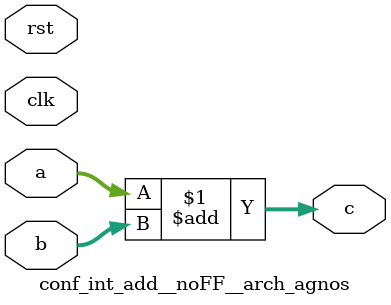
<source format=v>

module conf_int_add__noFF__arch_agnos( clk, rst, a, b, c
 );
//--- parameters
//parameter BT_RND = 0
parameter OP_BITWIDTH = 16; //operator bit width
parameter DATA_PATH_BITWIDTH = 16; //flip flop Bit width


//--- input,outputs
input clk;
input rst;
input [DATA_PATH_BITWIDTH -1:0] a;
input [DATA_PATH_BITWIDTH-1:0] b;
output [DATA_PATH_BITWIDTH-1:0] c;


////---F: Ripple Cary Adder deisng
////module test ripple_adder_4bit; 
//wire Cout;
// // Instantiate the Unit Under Test (UUT)
//ripple_adder_4bit uut (
//  .Sum(c[3:0]), 
//  .Cout(Cout), 
//  .A(a[3:0]), 
//  .B(b[3:0]), 
//  .Cin(a[0])
// );



//--- no flop design
assign c = a + b;

/*
//--- regs, wires
reg [DATA_PATH_BITWIDTH-1:0]  reg_c;
wire [OP_BITWIDTH -1 : 0]w_c;
reg [DATA_PATH_BITWIDTH -1:0]  reg_a;
reg [DATA_PATH_BITWIDTH -1:0]  reg_b;


//--- design
acc_int_add #(OP_BITWIDTH) u0_ac (reg_a[DATA_PATH_BITWIDTH -1: DATA_PATH_BITWIDTH - OP_BITWIDTH], reg_b[DATA_PATH_BITWIDTH -1: DATA_PATH_BITWIDTH - OP_BITWIDTH], w_c);

always @(posedge clk or negedge rst)
begin
  if (~rst)
  begin
    reg_a <= 0;
    reg_b <= 0;
  end
  else 
  begin
      reg_a <= a;
      reg_b <= b;
  end
end

always @(posedge clk or negedge rst)
begin
  if (~rst)
  begin
    reg_c <= #0.1 0;
  end
  else 
  begin
    reg_c[DATA_PATH_BITWIDTH-1: DATA_PATH_BITWIDTH-OP_BITWIDTH] <= w_c;
  end
end

assign c = reg_c; 

*/
endmodule

</source>
